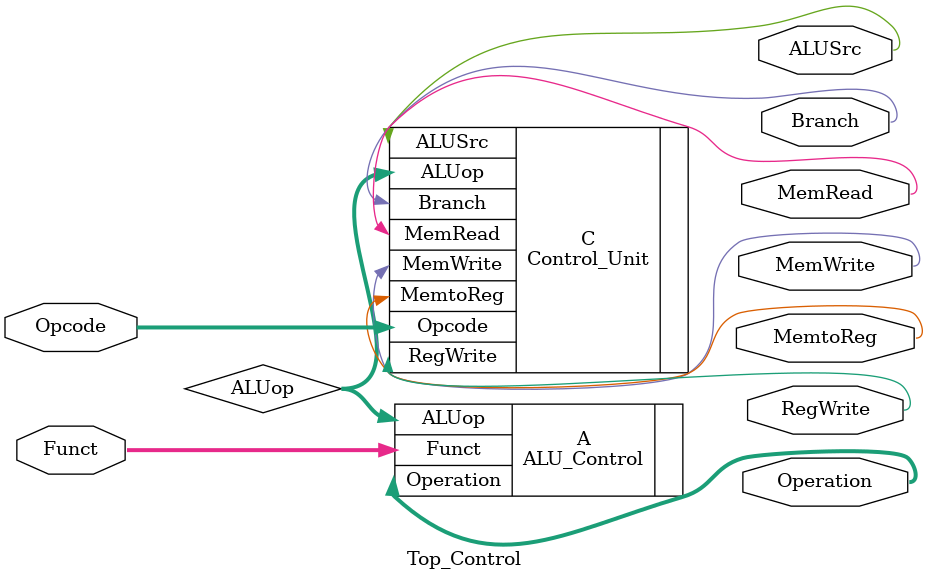
<source format=v>
`include "ALU_control_unit.v"
`include "control_unit.v"

module Top_Control(
    input [6:0] Opcode,
    input [3:0] Funct,
    output Branch, 
    output MemRead,
    output MemtoReg,
    output MemWrite,
    output ALUSrc, 
    output RegWrite,
    output [3:0] Operation
);
  
  wire [1:0] ALUop;
  
  Control_Unit C(
    .Opcode(Opcode),
    .Branch(Branch), 
    .MemRead(MemRead),
    .MemtoReg(MemtoReg),
    .ALUop(ALUop),
    .MemWrite(MemWrite),
    .ALUSrc(ALUSrc),
    .RegWrite(RegWrite)
  );
  
  ALU_Control A(
    .ALUop(ALUop),
    .Funct(Funct),
    .Operation(Operation)
  );
endmodule
</source>
